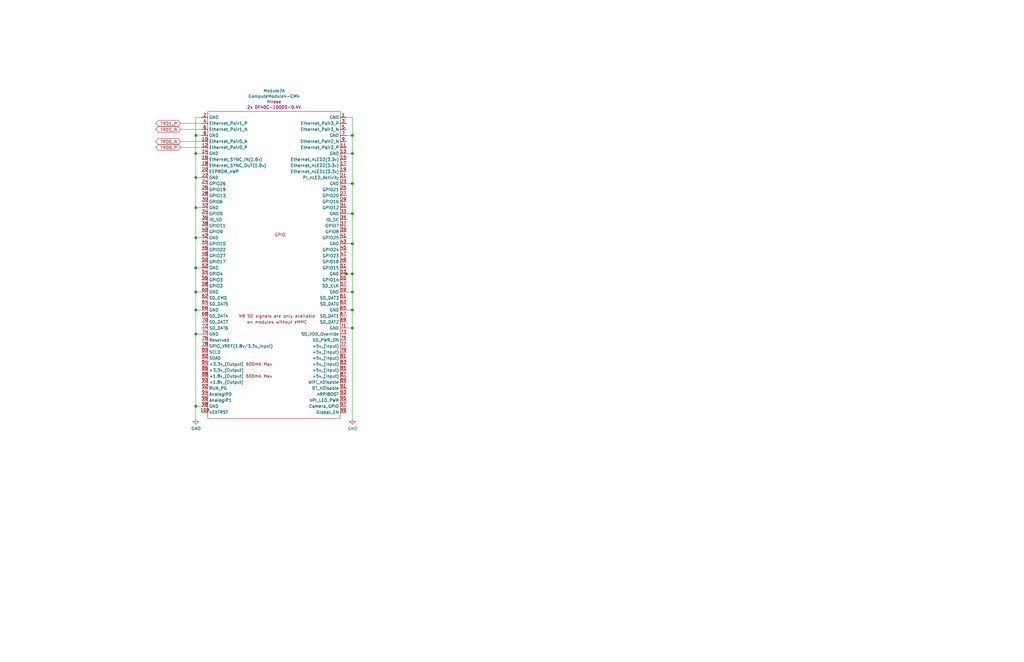
<source format=kicad_sch>
(kicad_sch (version 20201015) (generator eeschema)
  (page 1 6)
  (paper "B")
  (lib_symbols
    (symbol "CM4IO:ComputeModule4-CM4"
      (property "Reference" "Module" (at 113.03 -68.58 0))
      (property "Value" "ComputeModule4-CM4" (at 140.97 2.54 0))
      (property "Field4" "Hirose" (at 0 0 0))
      (property "Field5" "2x DF40C-100DS-0.4V" (at 0 -2.54 0))
      (symbol "ComputeModule4-CM4_1_0"
        (text "GPIO" (at 0 6.35 0) (effects (font (size 1.27 1.27))))
      )
      (symbol "ComputeModule4-CM4_1_1"
        (text "600mA Max" (at -8.89 -53.34 0) (effects (font (size 1.27 1.27))))
        (text "600mA Max" (at -8.89 -48.26 0) (effects (font (size 1.27 1.27))))
        (text "NB SD signals are only available" (at -1.27 -27.94 0) (effects (font (size 1.27 1.27))))
        (text "on modules without eMMC" (at -1.27 -30.48 0) (effects (font (size 1.27 1.27))))
        (rectangle (start -30.48 -71.12) (end 25.4 58.42))
        (pin power_in line (at 27.94 55.88 180) (length 2.54) (name "GND") (number "1"))
        (pin passive line (at -33.02 45.72 0) (length 2.54) (name "Ethernet_Pair0_N") (number "10"))
        (pin output line (at -33.02 -68.58 0) (length 2.54) (name "nEXTRST") (number "100"))
        (pin passive line (at 27.94 43.18 180) (length 2.54) (name "Ethernet_Pair2_P") (number "11"))
        (pin passive line (at -33.02 43.18 0) (length 2.54) (name "Ethernet_Pair0_P") (number "12"))
        (pin power_in line (at 27.94 40.64 180) (length 2.54) (name "GND") (number "13"))
        (pin power_in line (at -33.02 40.64 0) (length 2.54) (name "GND") (number "14"))
        (pin output line (at 27.94 38.1 180) (length 2.54) (name "Ethernet_nLED3(3.3v)") (number "15"))
        (pin input line (at -33.02 38.1 0) (length 2.54) (name "Ethernet_SYNC_IN(1.8v)") (number "16"))
        (pin output line (at 27.94 35.56 180) (length 2.54) (name "Ethernet_nLED2(3.3v)") (number "17"))
        (pin input line (at -33.02 35.56 0) (length 2.54) (name "Ethernet_SYNC_OUT(1.8v)") (number "18"))
        (pin output line (at 27.94 33.02 180) (length 2.54) (name "Ethernet_nLED1(3.3v)") (number "19"))
        (pin power_in line (at -33.02 55.88 0) (length 2.54) (name "GND") (number "2"))
        (pin passive line (at -33.02 33.02 0) (length 2.54) (name "EEPROM_nWP") (number "20"))
        (pin open_collector line (at 27.94 30.48 180) (length 2.54) (name "PI_nLED_Activity") (number "21"))
        (pin power_in line (at -33.02 30.48 0) (length 2.54) (name "GND") (number "22"))
        (pin power_in line (at 27.94 27.94 180) (length 2.54) (name "GND") (number "23"))
        (pin passive line (at -33.02 27.94 0) (length 2.54) (name "GPIO26") (number "24"))
        (pin passive line (at 27.94 25.4 180) (length 2.54) (name "GPIO21") (number "25"))
        (pin passive line (at -33.02 25.4 0) (length 2.54) (name "GPIO19") (number "26"))
        (pin passive line (at 27.94 22.86 180) (length 2.54) (name "GPIO20") (number "27"))
        (pin passive line (at -33.02 22.86 0) (length 2.54) (name "GPIO13") (number "28"))
        (pin passive line (at 27.94 20.32 180) (length 2.54) (name "GPIO16") (number "29"))
        (pin passive line (at 27.94 53.34 180) (length 2.54) (name "Ethernet_Pair3_P") (number "3"))
        (pin passive line (at -33.02 20.32 0) (length 2.54) (name "GPIO6") (number "30"))
        (pin passive line (at 27.94 17.78 180) (length 2.54) (name "GPIO12") (number "31"))
        (pin power_in line (at -33.02 17.78 0) (length 2.54) (name "GND") (number "32"))
        (pin power_in line (at 27.94 15.24 180) (length 2.54) (name "GND") (number "33"))
        (pin passive line (at -33.02 15.24 0) (length 2.54) (name "GPIO5") (number "34"))
        (pin passive line (at 27.94 12.7 180) (length 2.54) (name "ID_SC") (number "35"))
        (pin passive line (at -33.02 12.7 0) (length 2.54) (name "ID_SD") (number "36"))
        (pin passive line (at 27.94 10.16 180) (length 2.54) (name "GPIO7") (number "37"))
        (pin passive line (at -33.02 10.16 0) (length 2.54) (name "GPIO11") (number "38"))
        (pin passive line (at 27.94 7.62 180) (length 2.54) (name "GPIO8") (number "39"))
        (pin passive line (at -33.02 53.34 0) (length 2.54) (name "Ethernet_Pair1_P") (number "4"))
        (pin passive line (at -33.02 7.62 0) (length 2.54) (name "GPIO9") (number "40"))
        (pin passive line (at 27.94 5.08 180) (length 2.54) (name "GPIO25") (number "41"))
        (pin power_in line (at -33.02 5.08 0) (length 2.54) (name "GND") (number "42"))
        (pin power_in line (at 27.94 2.54 180) (length 2.54) (name "GND") (number "43"))
        (pin passive line (at -33.02 2.54 0) (length 2.54) (name "GPIO10") (number "44"))
        (pin passive line (at 27.94 0 180) (length 2.54) (name "GPIO24") (number "45"))
        (pin passive line (at -33.02 0 0) (length 2.54) (name "GPIO22") (number "46"))
        (pin passive line (at 27.94 -2.54 180) (length 2.54) (name "GPIO23") (number "47"))
        (pin passive line (at -33.02 -2.54 0) (length 2.54) (name "GPIO27") (number "48"))
        (pin passive line (at 27.94 -5.08 180) (length 2.54) (name "GPIO18") (number "49"))
        (pin passive line (at 27.94 50.8 180) (length 2.54) (name "Ethernet_Pair3_N") (number "5"))
        (pin passive line (at -33.02 -5.08 0) (length 2.54) (name "GPIO17") (number "50"))
        (pin passive line (at 27.94 -7.62 180) (length 2.54) (name "GPIO15") (number "51"))
        (pin power_in line (at -33.02 -7.62 0) (length 2.54) (name "GND") (number "52"))
        (pin power_in line (at 27.94 -10.16 180) (length 2.54) (name "GND") (number "53"))
        (pin passive line (at -33.02 -10.16 0) (length 2.54) (name "GPIO4") (number "54"))
        (pin passive line (at 27.94 -12.7 180) (length 2.54) (name "GPIO14") (number "55"))
        (pin passive line (at -33.02 -12.7 0) (length 2.54) (name "GPIO3") (number "56"))
        (pin passive line (at 27.94 -15.24 180) (length 2.54) (name "SD_CLK") (number "57"))
        (pin passive line (at -33.02 -15.24 0) (length 2.54) (name "GPIO2") (number "58"))
        (pin power_in line (at 27.94 -17.78 180) (length 2.54) (name "GND") (number "59"))
        (pin passive line (at -33.02 50.8 0) (length 2.54) (name "Ethernet_Pair1_N") (number "6"))
        (pin power_in line (at -33.02 -17.78 0) (length 2.54) (name "GND") (number "60"))
        (pin passive line (at 27.94 -20.32 180) (length 2.54) (name "SD_DAT3") (number "61"))
        (pin passive line (at -33.02 -20.32 0) (length 2.54) (name "SD_CMD") (number "62"))
        (pin passive line (at 27.94 -22.86 180) (length 2.54) (name "SD_DAT0") (number "63"))
        (pin passive line (at -33.02 -22.86 0) (length 2.54) (name "SD_DAT5") (number "64"))
        (pin power_in line (at 27.94 -25.4 180) (length 2.54) (name "GND") (number "65"))
        (pin power_in line (at -33.02 -25.4 0) (length 2.54) (name "GND") (number "66"))
        (pin passive line (at 27.94 -27.94 180) (length 2.54) (name "SD_DAT1") (number "67"))
        (pin passive line (at -33.02 -27.94 0) (length 2.54) (name "SD_DAT4") (number "68"))
        (pin passive line (at 27.94 -30.48 180) (length 2.54) (name "SD_DAT2") (number "69"))
        (pin power_in line (at 27.94 48.26 180) (length 2.54) (name "GND") (number "7"))
        (pin passive line (at -33.02 -30.48 0) (length 2.54) (name "SD_DAT7") (number "70"))
        (pin power_in line (at 27.94 -33.02 180) (length 2.54) (name "GND") (number "71"))
        (pin passive line (at -33.02 -33.02 0) (length 2.54) (name "SD_DAT6") (number "72"))
        (pin input line (at 27.94 -35.56 180) (length 2.54) (name "SD_VDD_Override") (number "73"))
        (pin power_in line (at -33.02 -35.56 0) (length 2.54) (name "GND") (number "74"))
        (pin output line (at 27.94 -38.1 180) (length 2.54) (name "SD_PWR_ON") (number "75"))
        (pin passive line (at -33.02 -38.1 0) (length 2.54) (name "Reserved") (number "76"))
        (pin power_in line (at 27.94 -40.64 180) (length 2.54) (name "+5v_(Input)") (number "77"))
        (pin power_in line (at -33.02 -40.64 0) (length 2.54) (name "GPIO_VREF(1.8v/3.3v_Input)") (number "78"))
        (pin power_in line (at 27.94 -43.18 180) (length 2.54) (name "+5v_(Input)") (number "79"))
        (pin power_in line (at -33.02 48.26 0) (length 2.54) (name "GND") (number "8"))
        (pin passive line (at -33.02 -43.18 0) (length 2.54) (name "SCL0") (number "80"))
        (pin power_in line (at 27.94 -45.72 180) (length 2.54) (name "+5v_(Input)") (number "81"))
        (pin passive line (at -33.02 -45.72 0) (length 2.54) (name "SDA0") (number "82"))
        (pin power_in line (at 27.94 -48.26 180) (length 2.54) (name "+5v_(Input)") (number "83"))
        (pin power_out line (at -33.02 -48.26 0) (length 2.54) (name "+3.3v_(Output)") (number "84"))
        (pin power_in line (at 27.94 -50.8 180) (length 2.54) (name "+5v_(Input)") (number "85"))
        (pin power_out line (at -33.02 -50.8 0) (length 2.54) (name "+3.3v_(Output)") (number "86"))
        (pin power_in line (at 27.94 -53.34 180) (length 2.54) (name "+5v_(Input)") (number "87"))
        (pin power_out line (at -33.02 -53.34 0) (length 2.54) (name "+1.8v_(Output)") (number "88"))
        (pin power_in line (at 27.94 -55.88 180) (length 2.54) (name "WiFi_nDisable") (number "89"))
        (pin passive line (at 27.94 45.72 180) (length 2.54) (name "Ethernet_Pair2_N") (number "9"))
        (pin power_out line (at -33.02 -55.88 0) (length 2.54) (name "+1.8v_(Output)") (number "90"))
        (pin power_in line (at 27.94 -58.42 180) (length 2.54) (name "BT_nDisable") (number "91"))
        (pin passive line (at -33.02 -58.42 0) (length 2.54) (name "RUN_PG") (number "92"))
        (pin input line (at 27.94 -60.96 180) (length 2.54) (name "nRPIBOOT") (number "93"))
        (pin passive line (at -33.02 -60.96 0) (length 2.54) (name "AnalogIP0") (number "94"))
        (pin output line (at 27.94 -63.5 180) (length 2.54) (name "nPI_LED_PWR") (number "95"))
        (pin passive line (at -33.02 -63.5 0) (length 2.54) (name "AnalogIP1") (number "96"))
        (pin passive line (at 27.94 -66.04 180) (length 2.54) (name "Camera_GPIO") (number "97"))
        (pin power_in line (at -33.02 -66.04 0) (length 2.54) (name "GND") (number "98"))
        (pin input line (at 27.94 -68.58 180) (length 2.54) (name "Global_EN") (number "99"))
      )
      (symbol "ComputeModule4-CM4_2_1"
        (text "High Speed Serial" (at 140.97 0 0) (effects (font (size 1.27 1.27))))
        (rectangle (start 114.3 -66.04) (end 165.1 63.5))
        (pin input line (at 170.18 60.96 180) (length 5.08) (name "USB_OTG_ID") (number "101"))
        (pin input line (at 109.22 60.96 0) (length 5.08) (name "PCIe_CLK_nREQ") (number "102"))
        (pin passive line (at 170.18 58.42 180) (length 5.08) (name "USB2_N") (number "103"))
        (pin passive line (at 109.22 58.42 0) (length 5.08) (name "Reserved") (number "104"))
        (pin passive line (at 170.18 55.88 180) (length 5.08) (name "USB2_P") (number "105"))
        (pin passive line (at 109.22 55.88 0) (length 5.08) (name "Reserved") (number "106"))
        (pin power_in line (at 170.18 53.34 180) (length 5.08) (name "GND") (number "107"))
        (pin power_in line (at 109.22 53.34 0) (length 5.08) (name "GND") (number "108"))
        (pin bidirectional line (at 170.18 50.8 180) (length 5.08) (name "PCIe_nRST") (number "109"))
        (pin output line (at 109.22 50.8 0) (length 5.08) (name "PCIe_CLK_P") (number "110"))
        (pin passive line (at 170.18 48.26 180) (length 5.08) (name "VDAC_COMP") (number "111"))
        (pin output line (at 109.22 48.26 0) (length 5.08) (name "PCIe_CLK_N") (number "112"))
        (pin power_in line (at 170.18 45.72 180) (length 5.08) (name "GND") (number "113"))
        (pin power_in line (at 109.22 45.72 0) (length 5.08) (name "GND") (number "114"))
        (pin input line (at 170.18 43.18 180) (length 5.08) (name "CAM1_D0_N") (number "115"))
        (pin input line (at 109.22 43.18 0) (length 5.08) (name "PCIe_RX_P") (number "116"))
        (pin input line (at 170.18 40.64 180) (length 5.08) (name "CAM1_D0_P") (number "117"))
        (pin input line (at 109.22 40.64 0) (length 5.08) (name "PCIe_RX_N") (number "118"))
        (pin power_in line (at 170.18 38.1 180) (length 5.08) (name "GND") (number "119"))
        (pin power_in line (at 109.22 38.1 0) (length 5.08) (name "GND") (number "120"))
        (pin input line (at 170.18 35.56 180) (length 5.08) (name "CAM1_D1_N") (number "121"))
        (pin output line (at 109.22 35.56 0) (length 5.08) (name "PCIe_TX_P") (number "122"))
        (pin input line (at 170.18 33.02 180) (length 5.08) (name "CAM1_D1_P") (number "123"))
        (pin output line (at 109.22 33.02 0) (length 5.08) (name "PCIe_TX_N") (number "124"))
        (pin power_in line (at 170.18 30.48 180) (length 5.08) (name "GND") (number "125"))
        (pin power_in line (at 109.22 30.48 0) (length 5.08) (name "GND") (number "126"))
        (pin input line (at 170.18 27.94 180) (length 5.08) (name "CAM1_C_N") (number "127"))
        (pin input line (at 109.22 27.94 0) (length 5.08) (name "CAM0_D0_N") (number "128"))
        (pin input line (at 170.18 25.4 180) (length 5.08) (name "CAM1_C_P") (number "129"))
        (pin input line (at 109.22 25.4 0) (length 5.08) (name "CAM0_D0_P") (number "130"))
        (pin power_in line (at 170.18 22.86 180) (length 5.08) (name "GND") (number "131"))
        (pin power_in line (at 109.22 22.86 0) (length 5.08) (name "GND") (number "132"))
        (pin input line (at 170.18 20.32 180) (length 5.08) (name "CAM1_D2_N") (number "133"))
        (pin input line (at 109.22 20.32 0) (length 5.08) (name "CAM0_D1_N") (number "134"))
        (pin input line (at 170.18 17.78 180) (length 5.08) (name "CAM1_D2_P") (number "135"))
        (pin input line (at 109.22 17.78 0) (length 5.08) (name "CAM0_D1_P") (number "136"))
        (pin power_in line (at 170.18 15.24 180) (length 5.08) (name "GND") (number "137"))
        (pin power_in line (at 109.22 15.24 0) (length 5.08) (name "GND") (number "138"))
        (pin input line (at 170.18 12.7 180) (length 5.08) (name "CAM1_D3_N") (number "139"))
        (pin input line (at 109.22 12.7 0) (length 5.08) (name "CAM0_C_N") (number "140"))
        (pin input line (at 170.18 10.16 180) (length 5.08) (name "CAM1_D3_P") (number "141"))
        (pin input line (at 109.22 10.16 0) (length 5.08) (name "CAM0_C_P") (number "142"))
        (pin input line (at 170.18 7.62 180) (length 5.08) (name "HDMI1_HOTPLUG") (number "143"))
        (pin power_in line (at 109.22 7.62 0) (length 5.08) (name "GND") (number "144"))
        (pin bidirectional line (at 170.18 5.08 180) (length 5.08) (name "HDMI1_SDA") (number "145"))
        (pin output line (at 109.22 5.08 0) (length 5.08) (name "HDMI1_TX2_P") (number "146"))
        (pin open_collector line (at 170.18 2.54 180) (length 5.08) (name "HDMI1_SCL") (number "147"))
        (pin output line (at 109.22 2.54 0) (length 5.08) (name "HDMI1_TX2_N") (number "148"))
        (pin open_collector line (at 170.18 0 180) (length 5.08) (name "HDMI1_CEC") (number "149"))
        (pin power_in line (at 109.22 0 0) (length 5.08) (name "GND") (number "150"))
        (pin open_collector line (at 170.18 -2.54 180) (length 5.08) (name "HDMI0_CEC") (number "151"))
        (pin output line (at 109.22 -2.54 0) (length 5.08) (name "HDMI1_TX1_P") (number "152"))
        (pin input line (at 170.18 -5.08 180) (length 5.08) (name "HDMI0_HOTPLUG") (number "153"))
        (pin output line (at 109.22 -5.08 0) (length 5.08) (name "HDMI1_TX1_N") (number "154"))
        (pin power_in line (at 170.18 -7.62 180) (length 5.08) (name "GND") (number "155"))
        (pin power_in line (at 109.22 -7.62 0) (length 5.08) (name "GND") (number "156"))
        (pin output line (at 170.18 -10.16 180) (length 5.08) (name "DSI0_D0_N") (number "157"))
        (pin output line (at 109.22 -10.16 0) (length 5.08) (name "HDMI1_TX0_P") (number "158"))
        (pin output line (at 170.18 -12.7 180) (length 5.08) (name "DSI0_D0_P") (number "159"))
        (pin output line (at 109.22 -12.7 0) (length 5.08) (name "HDMI1_TX0_N") (number "160"))
        (pin power_in line (at 170.18 -15.24 180) (length 5.08) (name "GND") (number "161"))
        (pin power_in line (at 109.22 -15.24 0) (length 5.08) (name "GND") (number "162"))
        (pin output line (at 170.18 -17.78 180) (length 5.08) (name "DSI0_D1_N") (number "163"))
        (pin output line (at 109.22 -17.78 0) (length 5.08) (name "HDMI1_CLK_P") (number "164"))
        (pin output line (at 170.18 -20.32 180) (length 5.08) (name "DSI0_D1_P") (number "165"))
        (pin output line (at 109.22 -20.32 0) (length 5.08) (name "HDMI1_CLK_N") (number "166"))
        (pin power_in line (at 170.18 -22.86 180) (length 5.08) (name "GND") (number "167"))
        (pin power_in line (at 109.22 -22.86 0) (length 5.08) (name "GND") (number "168"))
        (pin output line (at 170.18 -25.4 180) (length 5.08) (name "DSI0_C_N") (number "169"))
        (pin output line (at 109.22 -25.4 0) (length 5.08) (name "HDMI0_TX2_P") (number "170"))
        (pin output line (at 170.18 -27.94 180) (length 5.08) (name "DSI0_C_P") (number "171"))
        (pin output line (at 109.22 -27.94 0) (length 5.08) (name "HDMI0_TX2_N") (number "172"))
        (pin power_in line (at 170.18 -30.48 180) (length 5.08) (name "GND") (number "173"))
        (pin power_in line (at 109.22 -30.48 0) (length 5.08) (name "GND") (number "174"))
        (pin output line (at 170.18 -33.02 180) (length 5.08) (name "DSI1_D0_N") (number "175"))
        (pin output line (at 109.22 -33.02 0) (length 5.08) (name "HDMI0_TX1_P") (number "176"))
        (pin output line (at 170.18 -35.56 180) (length 5.08) (name "DSI1_D0_P") (number "177"))
        (pin output line (at 109.22 -35.56 0) (length 5.08) (name "HDMI0_TX1_N") (number "178"))
        (pin power_in line (at 170.18 -38.1 180) (length 5.08) (name "GND") (number "179"))
        (pin power_in line (at 109.22 -38.1 0) (length 5.08) (name "GND") (number "180"))
        (pin output line (at 170.18 -40.64 180) (length 5.08) (name "DSI1_D1_N") (number "181"))
        (pin output line (at 109.22 -40.64 0) (length 5.08) (name "HDMI0_TX0_P") (number "182"))
        (pin output line (at 170.18 -43.18 180) (length 5.08) (name "DSI1_D1_P") (number "183"))
        (pin output line (at 109.22 -43.18 0) (length 5.08) (name "HDMI0_TX0_N") (number "184"))
        (pin power_in line (at 170.18 -45.72 180) (length 5.08) (name "GND") (number "185"))
        (pin power_in line (at 109.22 -45.72 0) (length 5.08) (name "GND") (number "186"))
        (pin output line (at 170.18 -48.26 180) (length 5.08) (name "DSI1_C_N") (number "187"))
        (pin output line (at 109.22 -48.26 0) (length 5.08) (name "HDMI0_CLK_P") (number "188"))
        (pin output line (at 170.18 -50.8 180) (length 5.08) (name "DSI1_C_P") (number "189"))
        (pin output line (at 109.22 -50.8 0) (length 5.08) (name "HDMI0_CLK_N") (number "190"))
        (pin power_in line (at 170.18 -53.34 180) (length 5.08) (name "GND") (number "191"))
        (pin power_in line (at 109.22 -53.34 0) (length 5.08) (name "GND") (number "192"))
        (pin output line (at 170.18 -55.88 180) (length 5.08) (name "DSI1_D2_N") (number "193"))
        (pin output line (at 109.22 -55.88 0) (length 5.08) (name "DSI1_D3_N") (number "194"))
        (pin output line (at 170.18 -58.42 180) (length 5.08) (name "DSI1_D2_P") (number "195"))
        (pin output line (at 109.22 -58.42 0) (length 5.08) (name "DSI1_D3_P") (number "196"))
        (pin power_in line (at 170.18 -60.96 180) (length 5.08) (name "GND") (number "197"))
        (pin power_in line (at 109.22 -60.96 0) (length 5.08) (name "GND") (number "198"))
        (pin bidirectional line (at 170.18 -63.5 180) (length 5.08) (name "HDMI0_SDA") (number "199"))
        (pin open_collector line (at 109.22 -63.5 0) (length 5.08) (name "HDMI0_SCL") (number "200"))
      )
    )
    (symbol "power:GND" (power) (pin_names (offset 0))
      (property "Value" "GND" (at 0 -3.81 0))
      (symbol "GND_0_1"
        (polyline (pts (xy 0 0) (xy 0 -1.27) (xy 1.27 -1.27) (xy 0 -2.54) (xy -1.27 -1.27) (xy 0 -1.27)))
      )
      (symbol "GND_1_1"
        (pin power_in line (at 0 0 270) (length 0) hide (name "GND") (number "1"))
      )
    )
  )
  (junction (at 82.55 57.15) (diameter 1.016))
  (junction (at 82.55 64.77) (diameter 1.016))
  (junction (at 82.55 74.93) (diameter 1.016))
  (junction (at 82.55 87.63) (diameter 1.016))
  (junction (at 82.55 100.33) (diameter 1.016))
  (junction (at 82.55 113.03) (diameter 1.016))
  (junction (at 82.55 123.19) (diameter 1.016))
  (junction (at 82.55 130.81) (diameter 1.016))
  (junction (at 82.55 140.97) (diameter 1.016))
  (junction (at 82.55 171.45) (diameter 1.016))
  (junction (at 146.05 115.57) (diameter 1.016))
  (junction (at 148.59 57.15) (diameter 1.016))
  (junction (at 148.59 64.77) (diameter 1.016))
  (junction (at 148.59 77.47) (diameter 1.016))
  (junction (at 148.59 90.17) (diameter 1.016))
  (junction (at 148.59 102.87) (diameter 1.016))
  (junction (at 148.59 115.57) (diameter 1.016))
  (junction (at 148.59 123.19) (diameter 1.016))
  (junction (at 148.59 130.81) (diameter 1.016))
  (junction (at 148.59 138.43) (diameter 1.016))
  (wire (pts (xy 76.2 52.07) (xy 85.09 52.07)))
  (wire (pts (xy 76.2 54.61) (xy 85.09 54.61)))
  (wire (pts (xy 76.2 59.69) (xy 85.09 59.69)))
  (wire (pts (xy 76.2 62.23) (xy 85.09 62.23)))
  (wire (pts (xy 82.55 49.53) (xy 82.55 57.15)))
  (wire (pts (xy 82.55 57.15) (xy 82.55 64.77)))
  (wire (pts (xy 82.55 64.77) (xy 82.55 74.93)))
  (wire (pts (xy 82.55 74.93) (xy 82.55 87.63)))
  (wire (pts (xy 82.55 87.63) (xy 82.55 100.33)))
  (wire (pts (xy 82.55 87.63) (xy 85.09 87.63)))
  (wire (pts (xy 82.55 100.33) (xy 82.55 113.03)))
  (wire (pts (xy 82.55 113.03) (xy 82.55 123.19)))
  (wire (pts (xy 82.55 123.19) (xy 82.55 130.81)))
  (wire (pts (xy 82.55 130.81) (xy 82.55 140.97)))
  (wire (pts (xy 82.55 130.81) (xy 85.09 130.81)))
  (wire (pts (xy 82.55 140.97) (xy 82.55 171.45)))
  (wire (pts (xy 82.55 140.97) (xy 85.09 140.97)))
  (wire (pts (xy 82.55 171.45) (xy 82.55 176.53)))
  (wire (pts (xy 85.09 49.53) (xy 82.55 49.53)))
  (wire (pts (xy 85.09 57.15) (xy 82.55 57.15)))
  (wire (pts (xy 85.09 64.77) (xy 82.55 64.77)))
  (wire (pts (xy 85.09 74.93) (xy 82.55 74.93)))
  (wire (pts (xy 85.09 100.33) (xy 82.55 100.33)))
  (wire (pts (xy 85.09 113.03) (xy 82.55 113.03)))
  (wire (pts (xy 85.09 123.19) (xy 82.55 123.19)))
  (wire (pts (xy 85.09 171.45) (xy 82.55 171.45)))
  (wire (pts (xy 146.05 49.53) (xy 148.59 49.53)))
  (wire (pts (xy 146.05 57.15) (xy 148.59 57.15)))
  (wire (pts (xy 146.05 64.77) (xy 148.59 64.77)))
  (wire (pts (xy 146.05 77.47) (xy 148.59 77.47)))
  (wire (pts (xy 146.05 90.17) (xy 148.59 90.17)))
  (wire (pts (xy 146.05 102.87) (xy 148.59 102.87)))
  (wire (pts (xy 146.05 115.57) (xy 146.05 115.7732)))
  (wire (pts (xy 146.05 115.57) (xy 148.59 115.57)))
  (wire (pts (xy 146.05 123.19) (xy 148.59 123.19)))
  (wire (pts (xy 146.05 130.81) (xy 148.59 130.81)))
  (wire (pts (xy 146.05 138.43) (xy 148.59 138.43)))
  (wire (pts (xy 148.59 49.53) (xy 148.59 57.15)))
  (wire (pts (xy 148.59 57.15) (xy 148.59 64.77)))
  (wire (pts (xy 148.59 64.77) (xy 148.59 77.47)))
  (wire (pts (xy 148.59 77.47) (xy 148.59 90.17)))
  (wire (pts (xy 148.59 90.17) (xy 148.59 102.87)))
  (wire (pts (xy 148.59 102.87) (xy 148.59 115.57)))
  (wire (pts (xy 148.59 115.57) (xy 148.59 123.19)))
  (wire (pts (xy 148.59 123.19) (xy 148.59 130.81)))
  (wire (pts (xy 148.59 130.81) (xy 148.59 138.43)))
  (wire (pts (xy 148.59 138.43) (xy 148.59 176.53)))
  (global_label "TRD1_P" (shape bidirectional) (at 76.2 52.07 180))
  (global_label "TRD1_N" (shape bidirectional) (at 76.2 54.61 180))
  (global_label "TRD0_N" (shape bidirectional) (at 76.2 59.69 180))
  (global_label "TRD0_P" (shape bidirectional) (at 76.2 62.23 180))
  (symbol (lib_id "power:GND") (at 82.55 176.53 0) (unit 1)
    (property "Reference" "#PWR?" (effects hide))
    (property "Value" "GND" (at 82.6643 180.8544 0))
  )
  (symbol (lib_id "power:GND") (at 148.59 176.53 0) (unit 1)
    (property "Reference" "#PWR?" (effects hide))
    (property "Value" "GND" (at 148.7043 180.8544 0))
  )
  (symbol (lib_id "CM4IO:ComputeModule4-CM4") (at 118.11 105.41 0) (unit 1)
    (property "Reference" "Module?" (at 115.57 38.3094 0))
    (property "Value" "ComputeModule4-CM4" (at 115.57 40.6081 0))
    (property "Footprint" "CM4IO:Raspberry-Pi-4-Compute-Module" (effects hide))
    (property "Field4" "Hirose" (at 115.57 42.9068 0))
    (property "Field5" "2x DF40C-100DS-0.4V" (at 115.57 45.2055 0))
  )
)
</source>
